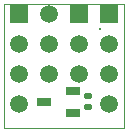
<source format=gts>
%FSLAX44Y44*%
%MOMM*%
G71*
G01*
G75*
G04 Layer_Color=8388736*
%ADD10R,1.2000X0.8000*%
G04:AMPARAMS|DCode=11|XSize=0.6mm|YSize=0.5mm|CornerRadius=0.05mm|HoleSize=0mm|Usage=FLASHONLY|Rotation=180.000|XOffset=0mm|YOffset=0mm|HoleType=Round|Shape=RoundedRectangle|*
%AMROUNDEDRECTD11*
21,1,0.6000,0.4000,0,0,180.0*
21,1,0.5000,0.5000,0,0,180.0*
1,1,0.1000,-0.2500,0.2000*
1,1,0.1000,0.2500,0.2000*
1,1,0.1000,0.2500,-0.2000*
1,1,0.1000,-0.2500,-0.2000*
%
%ADD11ROUNDEDRECTD11*%
%ADD12C,0.1000*%
%ADD13C,0.0800*%
%ADD14C,0.2000*%
%ADD15C,0.0750*%
%ADD16R,1.5000X1.5000*%
%ADD17C,1.5000*%
%ADD18C,0.4500*%
%ADD19C,0.3500*%
%ADD20C,0.2000*%
%ADD21C,0.0500*%
%ADD22C,0.6000*%
%ADD23C,0.2500*%
%ADD24C,0.2000*%
%ADD25C,0.1000*%
D10*
X70440Y30420D02*
D03*
Y49420D02*
D03*
X46440Y39920D02*
D03*
D11*
X83070Y44650D02*
D03*
Y35650D02*
D03*
D12*
X12000Y17660D02*
Y122950D01*
X114000Y17660D02*
Y122950D01*
X12000Y17660D02*
X114000D01*
X12000Y122950D02*
X114000D01*
D16*
X76200Y114300D02*
D03*
X101600D02*
D03*
X25400D02*
D03*
D17*
X50800D02*
D03*
X76200Y88900D02*
D03*
X50800D02*
D03*
X76200Y63500D02*
D03*
X50800D02*
D03*
X101600D02*
D03*
Y88900D02*
D03*
Y38100D02*
D03*
X25400Y63500D02*
D03*
Y88900D02*
D03*
Y38100D02*
D03*
D24*
X93870Y101880D02*
D03*
D25*
X40840Y32630D02*
D03*
X41360Y50020D02*
D03*
X49000Y51460D02*
D03*
X55010Y48500D02*
D03*
X61480Y53260D02*
D03*
X72670Y39170D02*
D03*
X88290Y52040D02*
D03*
X63580Y26930D02*
D03*
X54200Y26790D02*
D03*
X58770Y25230D02*
D03*
M02*

</source>
